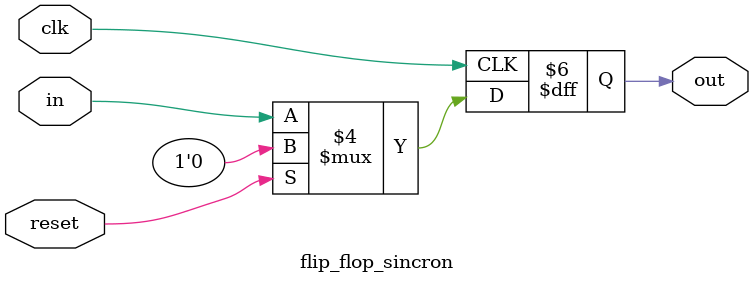
<source format=v>
`timescale 1ns / 1ps
module flip_flop_sincron(
        input in,
        input clk,
        input reset,
        output reg out
    );
    
always @(posedge clk) begin
    if(reset==1) begin
        out<=0;
    end
    else begin
       out<=in;
    end
end
endmodule

</source>
